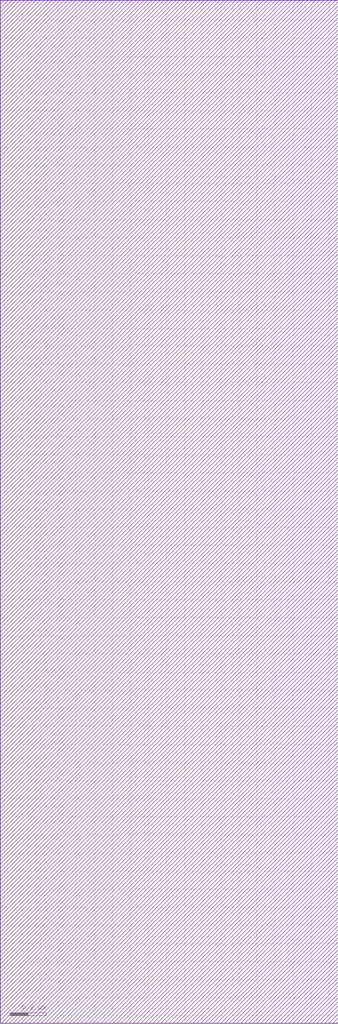
<source format=lef>
VERSION 5.7 ;
  NOWIREEXTENSIONATPIN ON ;
  DIVIDERCHAR "/" ;
  BUSBITCHARS "[]" ;
UNITS
  DATABASE MICRONS 200 ;
END UNITS

LAYER via2
  TYPE CUT ;
END via2

LAYER via
  TYPE CUT ;
END via

LAYER nwell
  TYPE MASTERSLICE ;
END nwell

LAYER via3
  TYPE CUT ;
END via3

LAYER pwell
  TYPE MASTERSLICE ;
END pwell

LAYER via4
  TYPE CUT ;
END via4

LAYER mcon
  TYPE CUT ;
END mcon

LAYER met6
  TYPE ROUTING ;
  WIDTH 0.030000 ;
  SPACING 0.040000 ;
  DIRECTION HORIZONTAL ;
END met6

LAYER met1
  TYPE ROUTING ;
  WIDTH 0.140000 ;
  SPACING 0.140000 ;
  DIRECTION HORIZONTAL ;
END met1

LAYER met3
  TYPE ROUTING ;
  WIDTH 0.300000 ;
  SPACING 0.300000 ;
  DIRECTION HORIZONTAL ;
END met3

LAYER met2
  TYPE ROUTING ;
  WIDTH 0.140000 ;
  SPACING 0.140000 ;
  DIRECTION HORIZONTAL ;
END met2

LAYER met4
  TYPE ROUTING ;
  WIDTH 0.300000 ;
  SPACING 0.300000 ;
  DIRECTION HORIZONTAL ;
END met4

LAYER met5
  TYPE ROUTING ;
  WIDTH 1.600000 ;
  SPACING 1.600000 ;
  DIRECTION HORIZONTAL ;
END met5

LAYER li1
  TYPE ROUTING ;
  WIDTH 0.170000 ;
  SPACING 0.170000 ;
  DIRECTION HORIZONTAL ;
END li1

MACRO sky130_hilas_dac6transistorstack01c
  CLASS BLOCK ;
  FOREIGN sky130_hilas_dac6transistorstack01c ;
  ORIGIN -0.280 1.740 ;
  SIZE 1.870 BY 5.650 ;
END sky130_hilas_dac6transistorstack01c
END LIBRARY


</source>
